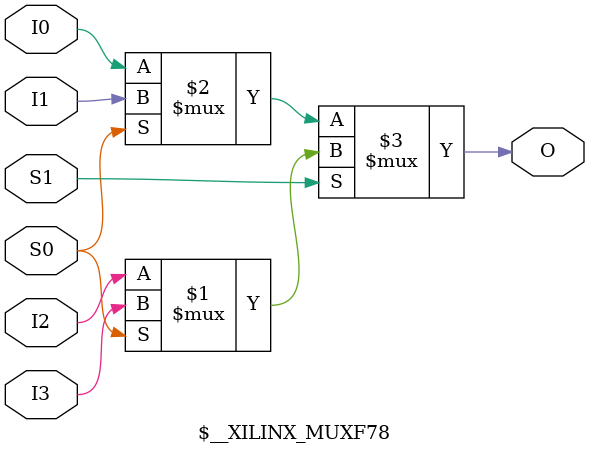
<source format=v>
module \$__XILINX_MUXF78 (output O, input I0, I1, I2, I3, S0, S1);
  assign O = S1 ? (S0 ? I3 : I2)
                : (S0 ? I1 : I0);
  specify
    (I0 => O) = 294;
    (I1 => O) = 297;
    (I2 => O) = 311;
    (I3 => O) = 317;
    (S0 => O) = 390;
    (S1 => O) = 273;
  endspecify
endmodule
</source>
